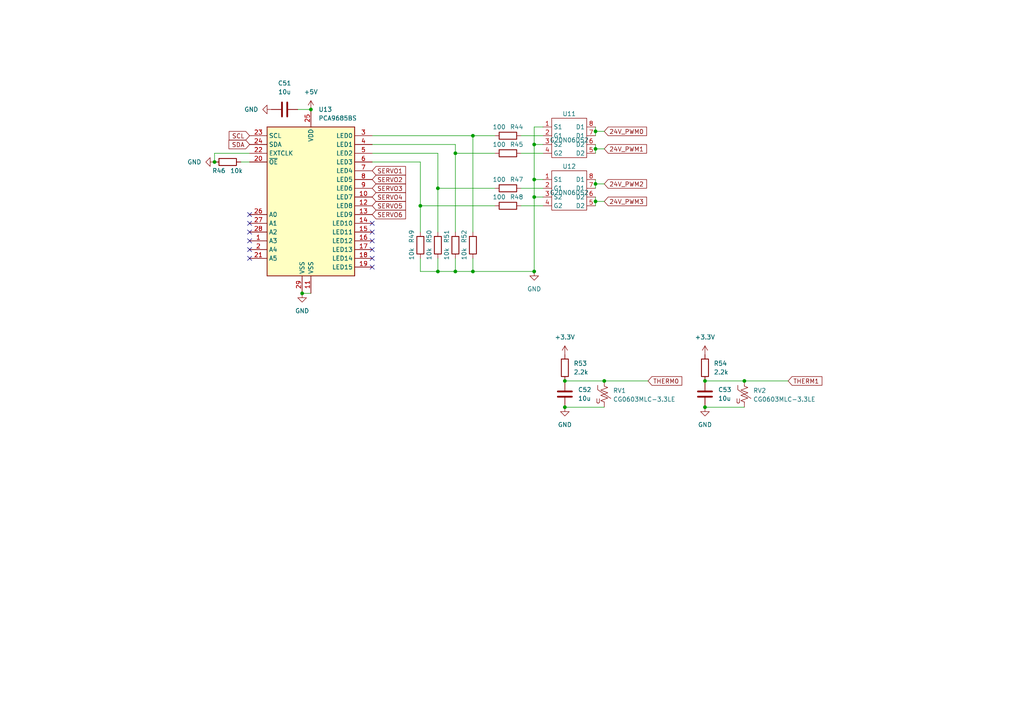
<source format=kicad_sch>
(kicad_sch (version 20231120) (generator "eeschema") (generator_version "8.0")
  (paper "A4")
  (lib_symbols
    (symbol "Device:C" (pin_numbers hide) (pin_names (offset 0.254))
      (property "Reference" "C" (at 0.635 2.54 0))
      (property "Value" "C" (at 0.635 -2.54 0))
      (symbol "C_0_1"
        (polyline (pts (xy -2.032 -0.762) (xy 2.032 -0.762)) (stroke (width 0.508)))
        (polyline (pts (xy -2.032 0.762) (xy 2.032 0.762)) (stroke (width 0.508)))
      )
      (symbol "C_1_1"
        (pin passive line (at 0 3.81 270) (length 2.794) (name "~") (number "1"))
        (pin passive line (at 0 -3.81 90) (length 2.794) (name "~") (number "2"))
      )
    )
    (symbol "Device:R" (pin_numbers hide) (pin_names (offset 0))
      (property "Reference" "R" (at 2.032 0 90))
      (property "Value" "R" (at 0 0 90))
      (symbol "R_0_1"
        (rectangle (start -1.016 -2.54) (end 1.016 2.54) (stroke (width 0.254)))
      )
      (symbol "R_1_1"
        (pin passive line (at 0 3.81 270) (length 1.27) (name "~") (number "1"))
        (pin passive line (at 0 -3.81 90) (length 1.27) (name "~") (number "2"))
      )
    )
    (symbol "Device:Varistor_US" (pin_numbers hide) (pin_names (offset 0))
      (property "Reference" "RV" (at 3.175 0 90))
      (property "Value" "Varistor_US" (at -3.175 0 90))
      (symbol "Varistor_US_0_0"
        (text "U" (at -1.778 -2.032 0) (effects (font (size 1.27 1.27))))
      )
      (symbol "Varistor_US_0_1"
        (polyline (pts (xy 0 -2.286) (xy 0 -2.54)))
        (polyline (pts (xy 0 2.286) (xy 0 2.54)))
        (polyline (pts (xy -1.905 2.54) (xy -1.905 1.27) (xy 1.905 -1.27)))
        (polyline (pts (xy 0 -0.762) (xy 1.016 -1.143) (xy 0 -1.524) (xy -1.016 -1.905) (xy 0 -2.286)))
        (polyline (pts (xy 0 0.762) (xy 1.016 0.381) (xy 0 0) (xy -1.016 -0.381) (xy 0 -0.762)))
        (polyline (pts (xy 0 2.286) (xy 1.016 1.905) (xy 0 1.524) (xy -1.016 1.143) (xy 0 0.762)))
      )
      (symbol "Varistor_US_1_1"
        (pin passive line (at 0 3.81 270) (length 1.27) (name "~") (number "1"))
        (pin passive line (at 0 -3.81 90) (length 1.27) (name "~") (number "2"))
      )
    )
    (symbol "Driver_LED:PCA9685BS"
      (property "Reference" "U" (at -12.7 22.225 0))
      (property "Value" "PCA9685BS" (at 1.27 22.225 0))
      (symbol "PCA9685BS_0_1"
        (rectangle (start -12.7 20.32) (end 12.7 -22.86) (stroke (width 0.254)) (fill (type background)))
      )
      (symbol "PCA9685BS_1_1"
        (pin input line (at -17.78 -12.7 0) (length 5.08) (name "A3") (number "1"))
        (pin output line (at 17.78 0 180) (length 5.08) (name "LED7") (number "10"))
        (pin power_in line (at 0 -27.94 90) (length 5.08) (name "VSS") (number "11"))
        (pin output line (at 17.78 -2.54 180) (length 5.08) (name "LED8") (number "12"))
        (pin output line (at 17.78 -5.08 180) (length 5.08) (name "LED9") (number "13"))
        (pin output line (at 17.78 -7.62 180) (length 5.08) (name "LED10") (number "14"))
        (pin output line (at 17.78 -10.16 180) (length 5.08) (name "LED11") (number "15"))
        (pin output line (at 17.78 -12.7 180) (length 5.08) (name "LED12") (number "16"))
        (pin output line (at 17.78 -15.24 180) (length 5.08) (name "LED13") (number "17"))
        (pin output line (at 17.78 -17.78 180) (length 5.08) (name "LED14") (number "18"))
        (pin output line (at 17.78 -20.32 180) (length 5.08) (name "LED15") (number "19"))
        (pin input line (at -17.78 -15.24 0) (length 5.08) (name "A4") (number "2"))
        (pin input line (at -17.78 10.16 0) (length 5.08) (name "~{OE}") (number "20"))
        (pin input line (at -17.78 -17.78 0) (length 5.08) (name "A5") (number "21"))
        (pin input line (at -17.78 12.7 0) (length 5.08) (name "EXTCLK") (number "22"))
        (pin input line (at -17.78 17.78 0) (length 5.08) (name "SCL") (number "23"))
        (pin bidirectional line (at -17.78 15.24 0) (length 5.08) (name "SDA") (number "24"))
        (pin power_in line (at 0 25.4 270) (length 5.08) (name "VDD") (number "25"))
        (pin input line (at -17.78 -5.08 0) (length 5.08) (name "A0") (number "26"))
        (pin input line (at -17.78 -7.62 0) (length 5.08) (name "A1") (number "27"))
        (pin input line (at -17.78 -10.16 0) (length 5.08) (name "A2") (number "28"))
        (pin power_in line (at -2.54 -27.94 90) (length 5.08) (name "VSS") (number "29"))
        (pin output line (at 17.78 17.78 180) (length 5.08) (name "LED0") (number "3"))
        (pin output line (at 17.78 15.24 180) (length 5.08) (name "LED1") (number "4"))
        (pin output line (at 17.78 12.7 180) (length 5.08) (name "LED2") (number "5"))
        (pin output line (at 17.78 10.16 180) (length 5.08) (name "LED3") (number "6"))
        (pin output line (at 17.78 7.62 180) (length 5.08) (name "LED4") (number "7"))
        (pin output line (at 17.78 5.08 180) (length 5.08) (name "LED5") (number "8"))
        (pin output line (at 17.78 2.54 180) (length 5.08) (name "LED6") (number "9"))
      )
    )
    (symbol "power:+3.3V" (power) (pin_names (offset 0))
      (property "Value" "+3.3V" (at 0 3.556 0))
      (symbol "+3.3V_0_1"
        (polyline (pts (xy -0.762 1.27) (xy 0 2.54)))
        (polyline (pts (xy 0 0) (xy 0 2.54)))
        (polyline (pts (xy 0 2.54) (xy 0.762 1.27)))
      )
      (symbol "+3.3V_1_1"
        (pin power_in line (at 0 0 90) (length 0) hide (name "+3.3V") (number "1"))
      )
    )
    (symbol "power:+5V" (power) (pin_names (offset 0))
      (property "Value" "+5V" (at 0 3.556 0))
      (symbol "+5V_0_1"
        (polyline (pts (xy -0.762 1.27) (xy 0 2.54)))
        (polyline (pts (xy 0 0) (xy 0 2.54)))
        (polyline (pts (xy 0 2.54) (xy 0.762 1.27)))
      )
      (symbol "+5V_1_1"
        (pin power_in line (at 0 0 90) (length 0) hide (name "+5V") (number "1"))
      )
    )
    (symbol "power:GND" (power) (pin_names (offset 0))
      (property "Value" "GND" (at 0 -3.81 0))
      (symbol "GND_0_1"
        (polyline (pts (xy 0 0) (xy 0 -1.27) (xy 1.27 -1.27) (xy 0 -2.54) (xy -1.27 -1.27) (xy 0 -1.27)))
      )
      (symbol "GND_1_1"
        (pin power_in line (at 0 0 270) (length 0) hide (name "GND") (number "1"))
      )
    )
    (symbol "symbols:G20N06D52"
      (property "Reference" "U" (at 0 7.62 0))
      (symbol "G20N06D52_0_1"
        (rectangle (start -5.08 6.35) (end 5.08 -5.08))
      )
      (symbol "G20N06D52_1_1"
        (pin bidirectional line (at -7.62 3.81 0) (length 2.54) (name "S1") (number "1"))
        (pin bidirectional line (at -7.62 1.27 0) (length 2.54) (name "G1") (number "2"))
        (pin bidirectional line (at -7.62 -1.27 0) (length 2.54) (name "S2") (number "3"))
        (pin bidirectional line (at -7.62 -3.81 0) (length 2.54) (name "G2") (number "4"))
        (pin bidirectional line (at 7.62 -3.81 180) (length 2.54) (name "D2") (number "5"))
        (pin bidirectional line (at 7.62 -1.27 180) (length 2.54) (name "D2") (number "6"))
        (pin bidirectional line (at 7.62 1.27 180) (length 2.54) (name "D1") (number "7"))
        (pin bidirectional line (at 7.62 3.81 180) (length 2.54) (name "D1") (number "8"))
      )
    )
  )
  (junction (at 62.23 46.99))
  (junction (at 137.16 78.74))
  (junction (at 127 78.74))
  (junction (at 175.26 110.49))
  (junction (at 163.83 110.49))
  (junction (at 132.08 78.74))
  (junction (at 154.94 52.07))
  (junction (at 90.17 31.75))
  (junction (at 137.16 39.37))
  (junction (at 172.72 58.42))
  (junction (at 172.72 38.1))
  (junction (at 154.94 57.15))
  (junction (at 204.47 110.49))
  (junction (at 154.94 41.91))
  (junction (at 132.08 44.45))
  (junction (at 163.83 118.11))
  (junction (at 154.94 78.74))
  (junction (at 87.63 85.09))
  (junction (at 172.72 53.34))
  (junction (at 127 54.61))
  (junction (at 172.72 43.18))
  (junction (at 204.47 118.11))
  (junction (at 215.9 110.49))
  (junction (at 121.92 59.69))
  (no_connect (at 107.95 67.31))
  (no_connect (at 72.39 62.23))
  (no_connect (at 72.39 67.31))
  (no_connect (at 107.95 69.85))
  (no_connect (at 107.95 72.39))
  (no_connect (at 107.95 64.77))
  (no_connect (at 72.39 72.39))
  (no_connect (at 72.39 69.85))
  (no_connect (at 72.39 74.93))
  (no_connect (at 72.39 64.77))
  (no_connect (at 107.95 77.47))
  (no_connect (at 107.95 74.93))
  (wire (pts (xy 137.16 78.74) (xy 154.94 78.74)))
  (wire (pts (xy 137.16 39.37) (xy 143.51 39.37)))
  (wire (pts (xy 132.08 74.93) (xy 132.08 78.74)))
  (wire (pts (xy 172.72 58.42) (xy 172.72 59.69)))
  (wire (pts (xy 127 74.93) (xy 127 78.74)))
  (wire (pts (xy 175.26 110.49) (xy 187.96 110.49)))
  (wire (pts (xy 163.83 110.49) (xy 175.26 110.49)))
  (wire (pts (xy 121.92 59.69) (xy 143.51 59.69)))
  (wire (pts (xy 163.83 118.11) (xy 175.26 118.11)))
  (wire (pts (xy 151.13 54.61) (xy 157.48 54.61)))
  (wire (pts (xy 204.47 110.49) (xy 215.9 110.49)))
  (wire (pts (xy 172.72 53.34) (xy 172.72 54.61)))
  (wire (pts (xy 127 54.61) (xy 143.51 54.61)))
  (wire (pts (xy 107.95 41.91) (xy 132.08 41.91)))
  (wire (pts (xy 154.94 52.07) (xy 154.94 57.15)))
  (wire (pts (xy 127 44.45) (xy 107.95 44.45)))
  (wire (pts (xy 69.85 46.99) (xy 72.39 46.99)))
  (wire (pts (xy 132.08 78.74) (xy 137.16 78.74)))
  (wire (pts (xy 172.72 43.18) (xy 175.26 43.18)))
  (wire (pts (xy 154.94 41.91) (xy 154.94 52.07)))
  (wire (pts (xy 175.26 53.34) (xy 172.72 53.34)))
  (wire (pts (xy 127 78.74) (xy 132.08 78.74)))
  (wire (pts (xy 107.95 39.37) (xy 137.16 39.37)))
  (wire (pts (xy 151.13 39.37) (xy 157.48 39.37)))
  (wire (pts (xy 132.08 44.45) (xy 143.51 44.45)))
  (wire (pts (xy 137.16 39.37) (xy 137.16 67.31)))
  (wire (pts (xy 107.95 46.99) (xy 121.92 46.99)))
  (wire (pts (xy 154.94 57.15) (xy 154.94 78.74)))
  (wire (pts (xy 72.39 44.45) (xy 62.23 44.45)))
  (wire (pts (xy 127 54.61) (xy 127 44.45)))
  (wire (pts (xy 172.72 53.34) (xy 172.72 52.07)))
  (wire (pts (xy 172.72 43.18) (xy 172.72 44.45)))
  (wire (pts (xy 86.36 31.75) (xy 90.17 31.75)))
  (wire (pts (xy 87.63 85.09) (xy 90.17 85.09)))
  (wire (pts (xy 172.72 57.15) (xy 172.72 58.42)))
  (wire (pts (xy 157.48 36.83) (xy 154.94 36.83)))
  (wire (pts (xy 215.9 110.49) (xy 228.6 110.49)))
  (wire (pts (xy 154.94 41.91) (xy 157.48 41.91)))
  (wire (pts (xy 154.94 52.07) (xy 157.48 52.07)))
  (wire (pts (xy 132.08 44.45) (xy 132.08 67.31)))
  (wire (pts (xy 175.26 38.1) (xy 172.72 38.1)))
  (wire (pts (xy 121.92 59.69) (xy 121.92 67.31)))
  (wire (pts (xy 154.94 57.15) (xy 157.48 57.15)))
  (wire (pts (xy 121.92 78.74) (xy 127 78.74)))
  (wire (pts (xy 121.92 74.93) (xy 121.92 78.74)))
  (wire (pts (xy 151.13 44.45) (xy 157.48 44.45)))
  (wire (pts (xy 172.72 38.1) (xy 172.72 39.37)))
  (wire (pts (xy 204.47 118.11) (xy 215.9 118.11)))
  (wire (pts (xy 172.72 41.91) (xy 172.72 43.18)))
  (wire (pts (xy 172.72 58.42) (xy 175.26 58.42)))
  (wire (pts (xy 127 67.31) (xy 127 54.61)))
  (wire (pts (xy 154.94 36.83) (xy 154.94 41.91)))
  (wire (pts (xy 172.72 38.1) (xy 172.72 36.83)))
  (wire (pts (xy 151.13 59.69) (xy 157.48 59.69)))
  (wire (pts (xy 62.23 44.45) (xy 62.23 46.99)))
  (wire (pts (xy 132.08 41.91) (xy 132.08 44.45)))
  (wire (pts (xy 121.92 46.99) (xy 121.92 59.69)))
  (wire (pts (xy 137.16 78.74) (xy 137.16 74.93)))
  (global_label "24V_PWM1" (shape input) (at 175.26 43.18 0) (property "Intersheetrefs" "${INTERSHEET_REFS}" (effects (hide yes))))
  (global_label "THERM0" (shape input) (at 187.96 110.49 0) (property "Intersheetrefs" "${INTERSHEET_REFS}" (effects (hide yes))))
  (global_label "24V_PWM3" (shape input) (at 175.26 58.42 0) (property "Intersheetrefs" "${INTERSHEET_REFS}" (effects (hide yes))))
  (global_label "24V_PWM2" (shape input) (at 175.26 53.34 0) (property "Intersheetrefs" "${INTERSHEET_REFS}" (effects (hide yes))))
  (global_label "SERVO4" (shape input) (at 107.95 57.15 0) (property "Intersheetrefs" "${INTERSHEET_REFS}" (effects (hide yes))))
  (global_label "SERVO6" (shape input) (at 107.95 62.23 0) (property "Intersheetrefs" "${INTERSHEET_REFS}" (effects (hide yes))))
  (global_label "SERVO1" (shape input) (at 107.95 49.53 0) (property "Intersheetrefs" "${INTERSHEET_REFS}" (effects (hide yes))))
  (global_label "SCL" (shape input) (at 72.39 39.37 180) (property "Intersheetrefs" "${INTERSHEET_REFS}" (effects (hide yes))))
  (global_label "SERVO5" (shape input) (at 107.95 59.69 0) (property "Intersheetrefs" "${INTERSHEET_REFS}" (effects (hide yes))))
  (global_label "24V_PWM0" (shape input) (at 175.26 38.1 0) (property "Intersheetrefs" "${INTERSHEET_REFS}" (effects (hide yes))))
  (global_label "THERM1" (shape input) (at 228.6 110.49 0) (property "Intersheetrefs" "${INTERSHEET_REFS}" (effects (hide yes))))
  (global_label "SDA" (shape input) (at 72.39 41.91 180) (property "Intersheetrefs" "${INTERSHEET_REFS}" (effects (hide yes))))
  (global_label "SERVO2" (shape input) (at 107.95 52.07 0) (property "Intersheetrefs" "${INTERSHEET_REFS}" (effects (hide yes))))
  (global_label "SERVO3" (shape input) (at 107.95 54.61 0) (property "Intersheetrefs" "${INTERSHEET_REFS}" (effects (hide yes))))
  (symbol (lib_id "Device:R") (at 147.32 39.37 90) (unit 1)
    (property "Reference" "R44" (at 149.86 36.83 90))
    (property "Value" "100" (at 144.78 36.83 90))
    (property "Footprint" "Resistor_SMD:R_0603_1608Metric_Pad0.98x0.95mm_HandSolder" (effects (hide yes)))
    (property "Digikey" "311-100HRCT-ND" (effects (hide yes)))
  )
  (symbol (lib_id "Device:C") (at 82.55 31.75 90) (unit 1)
    (property "Reference" "C51" (at 82.55 24.13 90))
    (property "Value" "10u" (at 82.55 26.67 90))
    (property "Footprint" "Capacitor_SMD:C_0805_2012Metric_Pad1.18x1.45mm_HandSolder" (effects (hide yes)))
    (property "Digikey" "1276-1038-1-ND" (effects (hide yes)))
  )
  (symbol (lib_id "Device:C") (at 204.47 114.3 0) (unit 1)
    (property "Reference" "C53" (at 208.28 113.03 0) (effects (justify left)))
    (property "Value" "10u" (at 208.28 115.57 0) (effects (justify left)))
    (property "Footprint" "Capacitor_SMD:C_0805_2012Metric_Pad1.18x1.45mm_HandSolder" (effects (hide yes)))
    (property "Digikey" "1276-1038-1-ND" (effects (hide yes)))
  )
  (symbol (lib_id "power:GND") (at 62.23 46.99 270) (unit 1)
    (property "Reference" "#PWR0104" (effects (hide yes)))
    (property "Value" "GND" (at 58.42 46.99 90) (effects (justify right)))
  )
  (symbol (lib_id "Device:Varistor_US") (at 175.26 114.3 0) (unit 1)
    (property "Reference" "RV1" (at 177.8 113.2868 0) (effects (justify left)))
    (property "Value" "CG0603MLC-3.3LE" (at 177.8 115.8268 0) (effects (justify left)))
    (property "Footprint" "Resistor_SMD:R_0603_1608Metric_Pad0.98x0.95mm_HandSolder" (effects (hide yes)))
    (property "Sim.Name" "kicad_builtin_varistor" (effects (hide yes)))
    (property "Sim.Device" "SUBCKT" (effects (hide yes)))
    (property "Sim.Pins" "1=A 2=B" (effects (hide yes)))
    (property "Sim.Params" "threshold=1k" (effects (hide yes)))
    (property "Sim.Library" "${KICAD7_SYMBOL_DIR}/Simulation_SPICE.sp" (effects (hide yes)))
    (property "Digikey" "CG0603MLC-3.3LECT-ND" (effects (hide yes)))
  )
  (symbol (lib_id "power:GND") (at 163.83 118.11 0) (unit 1)
    (property "Reference" "#PWR0109" (effects (hide yes)))
    (property "Value" "GND" (at 163.83 123.19 0))
  )
  (symbol (lib_id "Device:R") (at 137.16 71.12 180) (unit 1)
    (property "Reference" "R52" (at 134.62 68.58 90))
    (property "Value" "10k" (at 134.62 73.66 90))
    (property "Footprint" "Resistor_SMD:R_0603_1608Metric_Pad0.98x0.95mm_HandSolder" (effects (hide yes)))
    (property "Digikey" "1292-WR06X103JTLCT-ND" (effects (hide yes)))
  )
  (symbol (lib_id "power:+3.3V") (at 163.83 102.87 0) (unit 1)
    (property "Reference" "#PWR0107" (effects (hide yes)))
    (property "Value" "+3.3V" (at 163.83 97.79 0))
  )
  (symbol (lib_id "symbols:G20N06D52") (at 165.1 55.88 0) (unit 1)
    (property "Reference" "U12" (at 165.1 48.26 0))
    (property "Value" "G20N06D52" (at 165.1 55.88 0))
    (property "Footprint" "Library:WDFN-8-1EP_6x5mm_P1.27mm_EP3.4x4mm_No_Center_Pad" (effects (hide yes)))
    (property "Digikey" "3141-G20N06D52CT-ND" (effects (hide yes)))
  )
  (symbol (lib_id "power:GND") (at 204.47 118.11 0) (unit 1)
    (property "Reference" "#PWR0110" (effects (hide yes)))
    (property "Value" "GND" (at 204.47 123.19 0))
  )
  (symbol (lib_id "power:GND") (at 154.94 78.74 0) (unit 1)
    (property "Reference" "#PWR0105" (effects (hide yes)))
    (property "Value" "GND" (at 154.94 83.82 0))
  )
  (symbol (lib_id "power:GND") (at 87.63 85.09 0) (unit 1)
    (property "Reference" "#PWR0106" (effects (hide yes)))
    (property "Value" "GND" (at 87.63 90.17 0))
  )
  (symbol (lib_id "power:GND") (at 78.74 31.75 270) (unit 1)
    (property "Reference" "#PWR0102" (effects (hide yes)))
    (property "Value" "GND" (at 74.93 31.75 90) (effects (justify right)))
  )
  (symbol (lib_id "Device:R") (at 147.32 54.61 90) (unit 1)
    (property "Reference" "R47" (at 149.86 52.07 90))
    (property "Value" "100" (at 144.78 52.07 90))
    (property "Footprint" "Resistor_SMD:R_0603_1608Metric_Pad0.98x0.95mm_HandSolder" (effects (hide yes)))
    (property "Digikey" "311-100HRCT-ND" (effects (hide yes)))
  )
  (symbol (lib_id "Device:R") (at 127 71.12 180) (unit 1)
    (property "Reference" "R50" (at 124.46 68.58 90))
    (property "Value" "10k" (at 124.46 73.66 90))
    (property "Footprint" "Resistor_SMD:R_0603_1608Metric_Pad0.98x0.95mm_HandSolder" (effects (hide yes)))
    (property "Digikey" "1292-WR06X103JTLCT-ND" (effects (hide yes)))
  )
  (symbol (lib_id "Device:R") (at 147.32 59.69 90) (unit 1)
    (property "Reference" "R48" (at 149.86 57.15 90))
    (property "Value" "100" (at 144.78 57.15 90))
    (property "Footprint" "Resistor_SMD:R_0603_1608Metric_Pad0.98x0.95mm_HandSolder" (effects (hide yes)))
    (property "Digikey" "311-100HRCT-ND" (effects (hide yes)))
  )
  (symbol (lib_id "symbols:G20N06D52") (at 165.1 40.64 0) (unit 1)
    (property "Reference" "U11" (at 165.1 33.02 0))
    (property "Value" "G20N06D52" (at 165.1 40.64 0))
    (property "Footprint" "Library:WDFN-8-1EP_6x5mm_P1.27mm_EP3.4x4mm_No_Center_Pad" (effects (hide yes)))
    (property "Digikey" "3141-G20N06D52CT-ND" (effects (hide yes)))
  )
  (symbol (lib_id "Device:R") (at 163.83 106.68 0) (unit 1)
    (property "Reference" "R53" (at 166.37 105.41 0) (effects (justify left)))
    (property "Value" "2.2k" (at 166.37 107.95 0) (effects (justify left)))
    (property "Footprint" "Resistor_SMD:R_0603_1608Metric_Pad0.98x0.95mm_HandSolder" (effects (hide yes)))
    (property "Digikey" "1292-WR06X103JTLCT-ND" (effects (hide yes)))
  )
  (symbol (lib_id "Device:C") (at 163.83 114.3 0) (unit 1)
    (property "Reference" "C52" (at 167.64 113.03 0) (effects (justify left)))
    (property "Value" "10u" (at 167.64 115.57 0) (effects (justify left)))
    (property "Footprint" "Capacitor_SMD:C_0805_2012Metric_Pad1.18x1.45mm_HandSolder" (effects (hide yes)))
    (property "Digikey" "1276-1038-1-ND" (effects (hide yes)))
  )
  (symbol (lib_id "Device:Varistor_US") (at 215.9 114.3 0) (unit 1)
    (property "Reference" "RV2" (at 218.44 113.2868 0) (effects (justify left)))
    (property "Value" "CG0603MLC-3.3LE" (at 218.44 115.8268 0) (effects (justify left)))
    (property "Footprint" "Resistor_SMD:R_0603_1608Metric_Pad0.98x0.95mm_HandSolder" (effects (hide yes)))
    (property "Sim.Name" "kicad_builtin_varistor" (effects (hide yes)))
    (property "Sim.Device" "SUBCKT" (effects (hide yes)))
    (property "Sim.Pins" "1=A 2=B" (effects (hide yes)))
    (property "Sim.Params" "threshold=1k" (effects (hide yes)))
    (property "Sim.Library" "${KICAD7_SYMBOL_DIR}/Simulation_SPICE.sp" (effects (hide yes)))
    (property "Digikey" "CG0603MLC-3.3LECT-ND" (effects (hide yes)))
  )
  (symbol (lib_id "Device:R") (at 147.32 44.45 90) (unit 1)
    (property "Reference" "R45" (at 149.86 41.91 90))
    (property "Value" "100" (at 144.78 41.91 90))
    (property "Footprint" "Resistor_SMD:R_0603_1608Metric_Pad0.98x0.95mm_HandSolder" (effects (hide yes)))
    (property "Digikey" "311-100HRCT-ND" (effects (hide yes)))
  )
  (symbol (lib_id "Device:R") (at 204.47 106.68 0) (unit 1)
    (property "Reference" "R54" (at 207.01 105.41 0) (effects (justify left)))
    (property "Value" "2.2k" (at 207.01 107.95 0) (effects (justify left)))
    (property "Footprint" "Resistor_SMD:R_0603_1608Metric_Pad0.98x0.95mm_HandSolder" (effects (hide yes)))
    (property "Digikey" "1292-WR06X103JTLCT-ND" (effects (hide yes)))
  )
  (symbol (lib_id "power:+5V") (at 90.17 31.75 0) (unit 1)
    (property "Reference" "#PWR0103" (effects (hide yes)))
    (property "Value" "+5V" (at 90.17 26.67 0))
  )
  (symbol (lib_id "power:+3.3V") (at 204.47 102.87 0) (unit 1)
    (property "Reference" "#PWR0108" (effects (hide yes)))
    (property "Value" "+3.3V" (at 204.47 97.79 0))
  )
  (symbol (lib_id "Device:R") (at 66.04 46.99 90) (unit 1)
    (property "Reference" "R46" (at 63.5 49.53 90))
    (property "Value" "10k" (at 68.58 49.53 90))
    (property "Footprint" "Resistor_SMD:R_0603_1608Metric_Pad0.98x0.95mm_HandSolder" (effects (hide yes)))
    (property "Digikey" "1292-WR06X103JTLCT-ND" (effects (hide yes)))
  )
  (symbol (lib_id "Device:R") (at 121.92 71.12 180) (unit 1)
    (property "Reference" "R49" (at 119.38 68.58 90))
    (property "Value" "10k" (at 119.38 73.66 90))
    (property "Footprint" "Resistor_SMD:R_0603_1608Metric_Pad0.98x0.95mm_HandSolder" (effects (hide yes)))
    (property "Digikey" "1292-WR06X103JTLCT-ND" (effects (hide yes)))
  )
  (symbol (lib_id "Driver_LED:PCA9685BS") (at 90.17 57.15 0) (unit 1)
    (property "Reference" "U13" (at 92.3641 31.75 0) (effects (justify left)))
    (property "Value" "PCA9685BS" (at 92.3641 34.29 0) (effects (justify left)))
    (property "Footprint" "Package_DFN_QFN:QFN-28-1EP_6x6mm_P0.65mm_EP4.25x4.25mm" (effects (hide yes)))
    (property "Datasheet" "http://www.nxp.com/docs/en/data-sheet/PCA9685.pdf" (effects (hide yes)))
    (property "Digikey" "568-5305-1-ND" (effects (hide yes)))
  )
  (symbol (lib_id "Device:R") (at 132.08 71.12 180) (unit 1)
    (property "Reference" "R51" (at 129.54 68.58 90))
    (property "Value" "10k" (at 129.54 73.66 90))
    (property "Footprint" "Resistor_SMD:R_0603_1608Metric_Pad0.98x0.95mm_HandSolder" (effects (hide yes)))
    (property "Digikey" "1292-WR06X103JTLCT-ND" (effects (hide yes)))
  )
)
</source>
